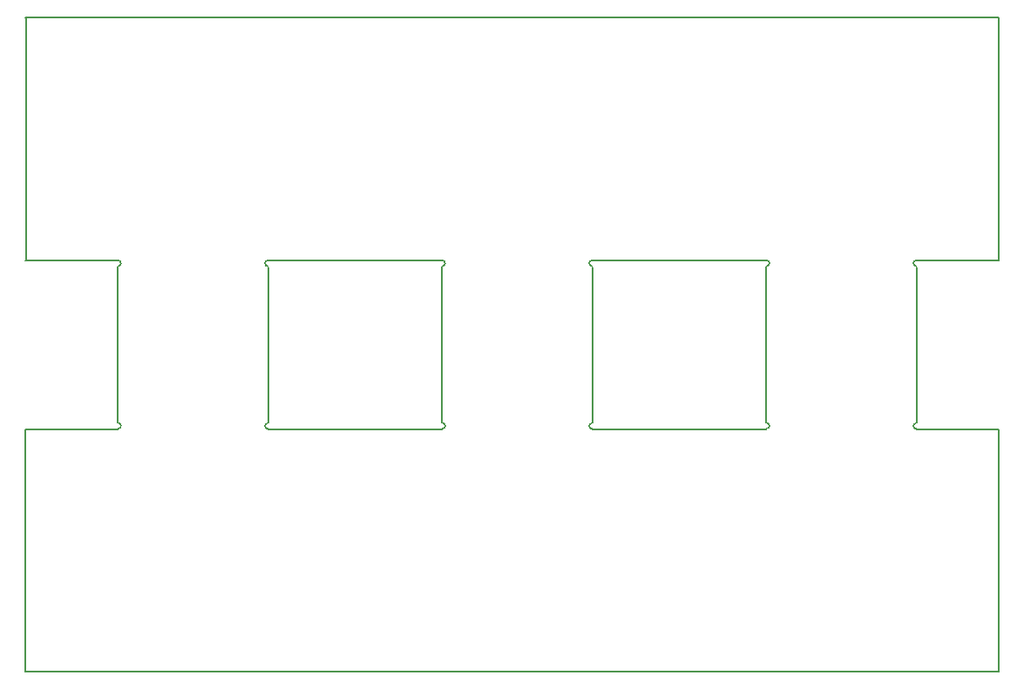
<source format=gbr>
G04 #@! TF.FileFunction,Profile,NP*
%FSLAX46Y46*%
G04 Gerber Fmt 4.6, Leading zero omitted, Abs format (unit mm)*
G04 Created by KiCad (PCBNEW 4.0.2-4+6225~38~ubuntu15.04.1-stable) date 2016年06月17日 16時11分24秒*
%MOMM*%
G01*
G04 APERTURE LIST*
%ADD10C,0.100000*%
%ADD11C,0.150000*%
G04 APERTURE END LIST*
D10*
D11*
X134000000Y-75000000D02*
X134000000Y-51500000D01*
X197000000Y-51508000D02*
X165400000Y-51508000D01*
X165400000Y-75108000D02*
X174400000Y-75108000D01*
X174400000Y-91508000D02*
X165400000Y-91508000D01*
X165400000Y-115108000D02*
X197000000Y-115108000D01*
X197000000Y-91508000D02*
X189000000Y-91508000D01*
X189000000Y-75108000D02*
X197000000Y-75108000D01*
X174400000Y-75700000D02*
G75*
G03X174400000Y-75100000I0J300000D01*
G01*
X189000000Y-75100000D02*
G75*
G03X189000000Y-75700000I0J-300000D01*
G01*
X174400000Y-91500000D02*
G75*
G03X174400000Y-90900000I0J300000D01*
G01*
X189000000Y-90900000D02*
G75*
G03X189000000Y-91500000I0J-300000D01*
G01*
X174400000Y-75700000D02*
X174400000Y-90900000D01*
X189000000Y-75800000D02*
X189000000Y-90900000D01*
X165500000Y-51508000D02*
X133900000Y-51508000D01*
X133900000Y-75108000D02*
X142900000Y-75108000D01*
X142900000Y-91508000D02*
X133900000Y-91508000D01*
X133900000Y-115108000D02*
X165500000Y-115108000D01*
X165500000Y-91508000D02*
X157500000Y-91508000D01*
X157500000Y-75108000D02*
X165500000Y-75108000D01*
X142900000Y-75700000D02*
G75*
G03X142900000Y-75100000I0J300000D01*
G01*
X157500000Y-75100000D02*
G75*
G03X157500000Y-75700000I0J-300000D01*
G01*
X142900000Y-91500000D02*
G75*
G03X142900000Y-90900000I0J300000D01*
G01*
X157500000Y-90900000D02*
G75*
G03X157500000Y-91500000I0J-300000D01*
G01*
X142900000Y-75700000D02*
X142900000Y-90900000D01*
X157500000Y-75800000D02*
X157500000Y-90900000D01*
X133900000Y-91508000D02*
X133900000Y-115108000D01*
X228500000Y-75108000D02*
X228500000Y-51508000D01*
X228500000Y-115108000D02*
X228500000Y-91508000D01*
X220500000Y-75800000D02*
X220500000Y-90900000D01*
X205900000Y-75700000D02*
X205900000Y-90900000D01*
X220500000Y-90900000D02*
G75*
G03X220500000Y-91500000I0J-300000D01*
G01*
X205900000Y-91500000D02*
G75*
G03X205900000Y-90900000I0J300000D01*
G01*
X220500000Y-75100000D02*
G75*
G03X220500000Y-75700000I0J-300000D01*
G01*
X205900000Y-75700000D02*
G75*
G03X205900000Y-75100000I0J300000D01*
G01*
X220500000Y-75108000D02*
X228500000Y-75108000D01*
X228500000Y-91508000D02*
X220500000Y-91508000D01*
X196900000Y-115108000D02*
X228500000Y-115108000D01*
X205900000Y-91508000D02*
X196900000Y-91508000D01*
X196900000Y-75108000D02*
X205900000Y-75108000D01*
X228500000Y-51508000D02*
X196900000Y-51508000D01*
M02*

</source>
